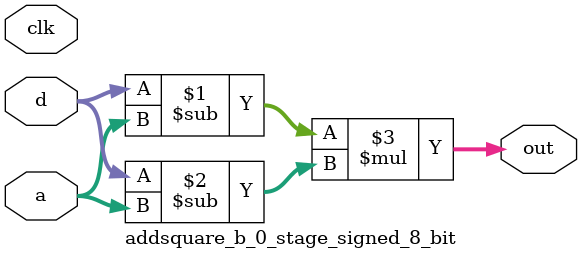
<source format=sv>
(* use_dsp = "yes" *) module addsquare_b_0_stage_signed_8_bit(
	input signed [7:0] a,
	input signed [7:0] d,
	output [7:0] out,
	input clk);

	assign out = (d - a) * (d - a);
endmodule

</source>
